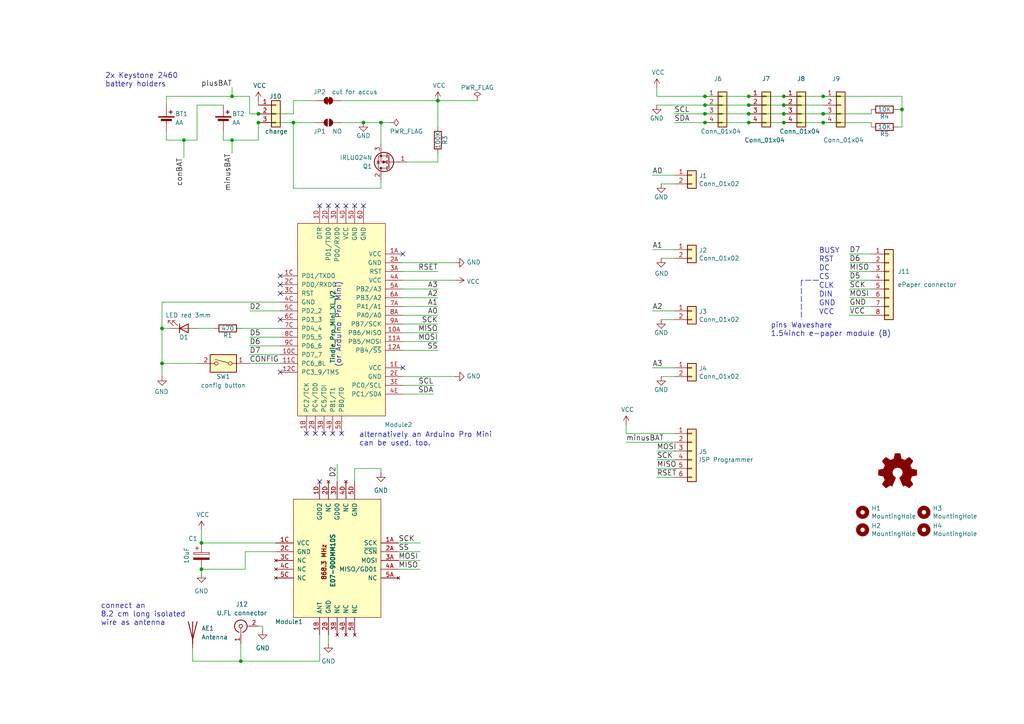
<source format=kicad_sch>
(kicad_sch (version 20231120) (generator "eeschema") (generator_version "8.0")
  (paper "A4")
  (title_block (title "HB-UNI-SEN-BATT_E07-900MM10S_FUEL4EP") (date "2024-09-30") (rev "1.1") (company "FUEL4EP") (comment 1 "connector for Waveshare e-paper module (B) 1.54inch (J11)") (comment 2 "for Tindie Pro Mini XL V2/Arduino Pro Mini and eByte E07-900M10S  transceiver") (comment 3 "Creative Commons License, non-commercial") (comment 4 "fork of Alexander Reinert's HB-UNI-SEN-BATT"))
  (lib_symbols
    (symbol "Connector:Conn_Coaxial" (pin_names (offset 1.016) hide)
      (property "Reference" "J" (at 0.254 3.048 0))
      (property "Value" "Conn_Coaxial" (at 2.921 0 90))
      (symbol "Conn_Coaxial_1_1"
        (pin passive line (at -5.08 0 0) (length 2.54) (name "In") (number "1"))
        (pin passive line (at 0 -5.08 90) (length 2.54) (name "Ext") (number "2"))
      )
    )
    (symbol "Connector_Generic:Conn_01x02" (pin_names (offset 1.016) hide)
      (property "Reference" "J" (at 0 2.54 0))
      (property "Value" "Conn_01x02" (at 0 -5.08 0))
      (symbol "Conn_01x02_1_1"
        (pin passive line (at -5.08 0 0) (length 3.81) (name "Pin_1") (number "1"))
        (pin passive line (at -5.08 -2.54 0) (length 3.81) (name "Pin_2") (number "2"))
      )
    )
    (symbol "Connector_Generic:Conn_01x03" (pin_names (offset 1.016) hide)
      (property "Reference" "J" (at 0 5.08 0))
      (property "Value" "Conn_01x03" (at 0 -5.08 0))
      (symbol "Conn_01x03_1_1"
        (pin passive line (at -5.08 2.54 0) (length 3.81) (name "Pin_1") (number "1"))
        (pin passive line (at -5.08 0 0) (length 3.81) (name "Pin_2") (number "2"))
        (pin passive line (at -5.08 -2.54 0) (length 3.81) (name "Pin_3") (number "3"))
      )
    )
    (symbol "Connector_Generic:Conn_01x04" (pin_names (offset 1.016) hide)
      (property "Reference" "J" (at 0 5.08 0))
      (property "Value" "Conn_01x04" (at 0 -7.62 0))
      (symbol "Conn_01x04_1_1"
        (pin passive line (at -5.08 2.54 0) (length 3.81) (name "Pin_1") (number "1"))
        (pin passive line (at -5.08 0 0) (length 3.81) (name "Pin_2") (number "2"))
        (pin passive line (at -5.08 -2.54 0) (length 3.81) (name "Pin_3") (number "3"))
        (pin passive line (at -5.08 -5.08 0) (length 3.81) (name "Pin_4") (number "4"))
      )
    )
    (symbol "Connector_Generic:Conn_01x06" (pin_names (offset 1.016) hide)
      (property "Reference" "J" (at 0 7.62 0))
      (property "Value" "Conn_01x06" (at 0 -10.16 0))
      (symbol "Conn_01x06_1_1"
        (pin passive line (at -5.08 5.08 0) (length 3.81) (name "Pin_1") (number "1"))
        (pin passive line (at -5.08 2.54 0) (length 3.81) (name "Pin_2") (number "2"))
        (pin passive line (at -5.08 0 0) (length 3.81) (name "Pin_3") (number "3"))
        (pin passive line (at -5.08 -2.54 0) (length 3.81) (name "Pin_4") (number "4"))
        (pin passive line (at -5.08 -5.08 0) (length 3.81) (name "Pin_5") (number "5"))
        (pin passive line (at -5.08 -7.62 0) (length 3.81) (name "Pin_6") (number "6"))
      )
    )
    (symbol "Connector_Generic:Conn_01x08" (pin_names (offset 1.016) hide)
      (property "Reference" "J" (at 0 10.16 0))
      (property "Value" "Conn_01x08" (at 0 -12.7 0))
      (symbol "Conn_01x08_1_1"
        (pin passive line (at -5.08 7.62 0) (length 3.81) (name "Pin_1") (number "1"))
        (pin passive line (at -5.08 5.08 0) (length 3.81) (name "Pin_2") (number "2"))
        (pin passive line (at -5.08 2.54 0) (length 3.81) (name "Pin_3") (number "3"))
        (pin passive line (at -5.08 0 0) (length 3.81) (name "Pin_4") (number "4"))
        (pin passive line (at -5.08 -2.54 0) (length 3.81) (name "Pin_5") (number "5"))
        (pin passive line (at -5.08 -5.08 0) (length 3.81) (name "Pin_6") (number "6"))
        (pin passive line (at -5.08 -7.62 0) (length 3.81) (name "Pin_7") (number "7"))
        (pin passive line (at -5.08 -10.16 0) (length 3.81) (name "Pin_8") (number "8"))
      )
    )
    (symbol "Device:Antenna" (pin_numbers hide) (pin_names (offset 1.016) hide)
      (property "Reference" "AE" (at -1.905 1.905 0))
      (property "Value" "Antenna" (at -1.905 0 0))
      (symbol "Antenna_1_1"
        (pin input line (at 0 -5.08 90) (length 2.54) (name "A") (number "1"))
      )
    )
    (symbol "Device:Battery_Cell" (pin_numbers hide) (pin_names (offset 0) hide)
      (property "Reference" "BT" (at 2.54 2.54 0))
      (property "Value" "Battery_Cell" (at 2.54 0 0))
      (symbol "Battery_Cell_1_1"
        (pin passive line (at 0 5.08 270) (length 2.54) (name "+") (number "1"))
        (pin passive line (at 0 -2.54 90) (length 2.54) (name "-") (number "2"))
      )
    )
    (symbol "Device:C_Polarized" (pin_numbers hide) (pin_names (offset 0.254))
      (property "Reference" "C" (at 0.635 2.54 0))
      (property "Value" "C_Polarized" (at 0.635 -2.54 0))
      (symbol "C_Polarized_1_1"
        (pin passive line (at 0 3.81 270) (length 2.794) (name "~") (number "1"))
        (pin passive line (at 0 -3.81 90) (length 2.794) (name "~") (number "2"))
      )
    )
    (symbol "Device:LED" (pin_numbers hide) (pin_names (offset 1.016) hide)
      (property "Reference" "D" (at 0 2.54 0))
      (property "Value" "LED" (at 0 -2.54 0))
      (symbol "LED_1_1"
        (pin passive line (at -3.81 0 0) (length 2.54) (name "K") (number "1"))
        (pin passive line (at 3.81 0 180) (length 2.54) (name "A") (number "2"))
      )
    )
    (symbol "Device:Q_NMOS_GDS" (pin_names (offset 0) hide)
      (property "Reference" "Q" (at 5.08 1.27 0))
      (property "Value" "Q_NMOS_GDS" (at 5.08 -1.27 0))
      (symbol "Q_NMOS_GDS_1_1"
        (pin input line (at -5.08 0 0) (length 2.54) (name "G") (number "1"))
        (pin passive line (at 2.54 5.08 270) (length 2.54) (name "D") (number "2"))
        (pin passive line (at 2.54 -5.08 90) (length 2.54) (name "S") (number "3"))
      )
    )
    (symbol "Device:R" (pin_numbers hide) (pin_names (offset 0))
      (property "Reference" "R" (at 2.032 0 90))
      (property "Value" "R" (at 0 0 90))
      (symbol "R_1_1"
        (pin passive line (at 0 3.81 270) (length 1.27) (name "~") (number "1"))
        (pin passive line (at 0 -3.81 90) (length 1.27) (name "~") (number "2"))
      )
    )
    (symbol "FUEL4EP:E07-900MM10S" (pin_names (offset 1.016))
      (property "Reference" "Module" (at 0.635 -1.905 0))
      (property "Value" "E07-900MM10S" (at 11.43 15.875 90))
      (symbol "E07-900MM10S_0_0"
        (text "868.3 MHz" (at 8.89 10.795 900) (effects (font (size 1.27 1.27) (bold yes)) (justify left)))
        (pin input line (at 30.48 21.59 180) (length 5.08) (name "SCK") (number "1A"))
        (pin output line (at 7.62 -5.08 90) (length 5.08) (name "ANT") (number "1B"))
        (pin output line (at 7.62 39.37 270) (length 5.08) (name "GD02") (number "1D"))
        (pin input line (at 30.48 19.05 180) (length 5.08) (name "~{CSN}") (number "2A"))
        (pin power_in line (at 10.16 -5.08 90) (length 5.08) (name "GND") (number "2B"))
        (pin power_in line (at -5.08 19.05 0) (length 5.08) (name "GND") (number "2C"))
        (pin input line (at 30.48 16.51 180) (length 5.08) (name "MOSI") (number "3A"))
        (pin no_connect line (at -5.08 16.51 0) (length 5.08) (name "NC") (number "3C"))
        (pin output line (at 12.7 39.37 270) (length 5.08) (name "GD00") (number "3D"))
        (pin tri_state line (at 30.48 13.97 180) (length 5.08) (name "MISO/GD01") (number "4A"))
      )
      (symbol "E07-900MM10S_1_1"
        (pin power_in line (at -5.08 21.59 0) (length 5.08) (name "VCC") (number "1C"))
        (pin no_connect line (at 10.16 39.37 270) (length 5.08) (name "NC") (number "2D"))
        (pin no_connect line (at 12.7 -5.08 90) (length 5.08) (name "NC") (number "3B"))
        (pin no_connect line (at 15.24 -5.08 90) (length 5.08) (name "NC") (number "4B"))
        (pin no_connect line (at -5.08 13.97 0) (length 5.08) (name "NC") (number "4C"))
        (pin no_connect line (at 15.24 39.37 270) (length 5.08) (name "NC") (number "4D"))
        (pin no_connect line (at 30.48 11.43 180) (length 5.08) (name "NC") (number "5A"))
        (pin no_connect line (at 17.78 -5.08 90) (length 5.08) (name "NC") (number "5B"))
        (pin no_connect line (at -5.08 11.43 0) (length 5.08) (name "NC") (number "5C"))
        (pin power_in line (at 17.78 39.37 270) (length 5.08) (name "GND") (number "5D"))
      )
    )
    (symbol "FUEL4EP:Tindie_Pro_Mini_XL_V2" (pin_names (offset 1.016))
      (property "Reference" "Module" (at -8.89 5.08 0))
      (property "Value" "Tindie_Pro_Mini_XL_V2" (at 11.43 25.4 90))
      (symbol "Tindie_Pro_Mini_XL_V2_0_0"
        (pin bidirectional line (at 30.48 6.35 180) (length 5.08) (name "PC1/SDA") (number "4E"))
      )
      (symbol "Tindie_Pro_Mini_XL_V2_1_1"
        (pin bidirectional line (at 30.48 24.13 180) (length 5.08) (name "PB6/MISO") (number "10A"))
        (pin bidirectional line (at -5.08 17.78 0) (length 5.08) (name "PD7_7") (number "10C"))
        (pin bidirectional line (at 30.48 21.59 180) (length 5.08) (name "PB5/MOSI") (number "11A"))
        (pin bidirectional line (at -5.08 15.24 0) (length 5.08) (name "PC6_8L") (number "11C"))
        (pin bidirectional line (at 30.48 19.05 180) (length 5.08) (name "PB4/~{SS}") (number "12A"))
        (pin bidirectional line (at -5.08 12.7 0) (length 5.08) (name "PC3_9/TMS") (number "12C"))
        (pin power_in line (at 30.48 46.99 180) (length 5.08) (name "VCC") (number "1A"))
        (pin bidirectional line (at 2.54 -5.08 90) (length 5.08) (name "PC2/TCK") (number "1B"))
        (pin bidirectional line (at -5.08 40.64 0) (length 5.08) (name "PD1/TXD0") (number "1C"))
        (pin input line (at 6.35 60.96 270) (length 5.08) (name "DTR") (number "1D"))
        (pin power_in line (at 30.48 13.97 180) (length 5.08) (name "VCC") (number "1E"))
        (pin power_in line (at 30.48 44.45 180) (length 5.08) (name "GND") (number "2A"))
        (pin bidirectional line (at 5.08 -5.08 90) (length 5.08) (name "PC4/TD0") (number "2B"))
        (pin bidirectional line (at -5.08 38.1 0) (length 5.08) (name "PD0/RXD0") (number "2C"))
        (pin bidirectional line (at 8.89 60.96 270) (length 5.08) (name "PD1/TXD0") (number "2D"))
        (pin power_in line (at 30.48 11.43 180) (length 5.08) (name "GND") (number "2E"))
        (pin input line (at 30.48 41.91 180) (length 5.08) (name "RST") (number "3A"))
        (pin bidirectional line (at 7.62 -5.08 90) (length 5.08) (name "PC5/TDI") (number "3B"))
        (pin input line (at -5.08 35.56 0) (length 5.08) (name "RST") (number "3C"))
        (pin bidirectional line (at 11.43 60.96 270) (length 5.08) (name "PD0/RXD0") (number "3D"))
        (pin bidirectional line (at 30.48 8.89 180) (length 5.08) (name "PC0/SCL") (number "3E"))
        (pin power_in line (at 30.48 39.37 180) (length 5.08) (name "VCC") (number "4A"))
        (pin bidirectional line (at 10.16 -5.08 90) (length 5.08) (name "PB1/T1") (number "4B"))
        (pin power_in line (at -5.08 33.02 0) (length 5.08) (name "GND") (number "4C"))
        (pin power_in line (at 13.97 60.96 270) (length 5.08) (name "VCC") (number "4D"))
        (pin input line (at 30.48 36.83 180) (length 5.08) (name "PB2/A3") (number "5A"))
        (pin bidirectional line (at 12.7 -5.08 90) (length 5.08) (name "PB0/T0") (number "5B"))
        (pin bidirectional line (at -5.08 30.48 0) (length 5.08) (name "PD2_2") (number "5C"))
        (pin power_in line (at 16.51 60.96 270) (length 5.08) (name "GND") (number "5D"))
        (pin input line (at 30.48 34.29 180) (length 5.08) (name "PB3/A2") (number "6A"))
        (pin bidirectional line (at -5.08 27.94 0) (length 5.08) (name "PD3_3") (number "6C"))
        (pin power_in line (at 19.05 60.96 270) (length 5.08) (name "GND") (number "6D"))
        (pin input line (at 30.48 31.75 180) (length 5.08) (name "PA1/A1") (number "7A"))
        (pin bidirectional line (at -5.08 25.4 0) (length 5.08) (name "PD4_4") (number "7C"))
        (pin input line (at 30.48 29.21 180) (length 5.08) (name "PA0/A0") (number "8A"))
        (pin bidirectional line (at -5.08 22.86 0) (length 5.08) (name "PD5_5") (number "8C"))
        (pin bidirectional line (at 30.48 26.67 180) (length 5.08) (name "PB7/SCK") (number "9A"))
        (pin bidirectional line (at -5.08 20.32 0) (length 5.08) (name "PD6_6") (number "9C"))
      )
    )
    (symbol "Graphic:Logo_Open_Hardware_Small" (in_bom no) (on_board no))
    (symbol "Jumper:SolderJumper_2_Bridged" (pin_numbers hide) (pin_names (offset 0) hide) (exclude_from_sim yes) (in_bom no)
      (property "Reference" "JP" (at 0 2.032 0))
      (property "Value" "SolderJumper_2_Bridged" (at 0 -2.54 0))
      (symbol "SolderJumper_2_Bridged_1_1"
        (pin passive line (at -3.81 0 0) (length 2.54) (name "A") (number "1"))
        (pin passive line (at 3.81 0 180) (length 2.54) (name "B") (number "2"))
      )
    )
    (symbol "Jumper:SolderJumper_2_Open" (pin_numbers hide) (pin_names (offset 0) hide) (exclude_from_sim yes) (in_bom no)
      (property "Reference" "JP" (at 0 2.032 0))
      (property "Value" "SolderJumper_2_Open" (at 0 -2.54 0))
      (symbol "SolderJumper_2_Open_1_1"
        (pin passive line (at -3.81 0 0) (length 2.54) (name "A") (number "1"))
        (pin passive line (at 3.81 0 180) (length 2.54) (name "B") (number "2"))
      )
    )
    (symbol "Mechanical:MountingHole" (pin_names (offset 1.016)) (exclude_from_sim yes) (in_bom no)
      (property "Reference" "H" (at 0 5.08 0))
      (property "Value" "MountingHole" (at 0 3.175 0))
    )
    (symbol "Switch:SW_DIP_x01" (pin_names (offset 0) hide)
      (property "Reference" "SW" (at 0 3.81 0))
      (property "Value" "SW_DIP_x01" (at 0 -3.81 0))
      (symbol "SW_DIP_x01_1_1"
        (pin passive line (at -7.62 0 0) (length 5.08) (name "~") (number "1"))
        (pin passive line (at 7.62 0 180) (length 5.08) (name "~") (number "2"))
      )
    )
    (symbol "power:GND" (power) (pin_numbers hide) (pin_names (offset 0) hide)
      (property "Value" "GND" (at 0 -3.81 0))
      (symbol "GND_1_1"
        (pin power_in line (at 0 0 270) (length 0) (name "~") (number "1"))
      )
    )
    (symbol "power:PWR_FLAG" (power) (pin_numbers hide) (pin_names (offset 0) hide)
      (property "Value" "PWR_FLAG" (at 0 3.81 0))
      (symbol "PWR_FLAG_0_0"
        (pin power_out line (at 0 0 90) (length 0) (name "~") (number "1"))
      )
    )
    (symbol "power:VCC" (power) (pin_numbers hide) (pin_names (offset 0) hide)
      (property "Value" "VCC" (at 0 3.556 0))
      (symbol "VCC_1_1"
        (pin power_in line (at 0 0 90) (length 0) (name "~") (number "1"))
      )
    )
  )
  (junction (at 238.76 35.56))
  (junction (at 58.42 165.1))
  (junction (at 110.49 35.56))
  (junction (at 217.17 33.02))
  (junction (at 227.33 35.56))
  (junction (at 204.47 35.56))
  (junction (at 67.31 40.64))
  (junction (at 58.42 157.48))
  (junction (at 127 29.21))
  (junction (at 69.85 191.77))
  (junction (at 217.17 35.56))
  (junction (at 227.33 27.94))
  (junction (at 53.34 40.64))
  (junction (at 238.76 27.94))
  (junction (at 46.99 105.41))
  (junction (at 227.33 33.02))
  (junction (at 261.62 31.75))
  (junction (at 105.41 35.56))
  (junction (at 46.99 95.25))
  (junction (at 204.47 30.48))
  (junction (at 85.09 35.56))
  (junction (at 227.33 30.48))
  (junction (at 204.47 27.94))
  (junction (at 74.93 35.56))
  (junction (at 67.31 27.94))
  (junction (at 217.17 30.48))
  (junction (at 217.17 27.94))
  (junction (at 238.76 33.02))
  (junction (at 204.47 33.02))
  (junction (at 74.93 33.02))
  (no_connect (at 81.28 92.71))
  (no_connect (at 93.98 125.73))
  (no_connect (at 81.28 82.55))
  (no_connect (at 105.41 59.69))
  (no_connect (at 88.9 125.73))
  (no_connect (at 100.33 59.69))
  (no_connect (at 95.25 59.69))
  (no_connect (at 81.28 80.01))
  (no_connect (at 92.71 139.7))
  (no_connect (at 81.28 85.09))
  (no_connect (at 97.79 59.69))
  (no_connect (at 92.71 59.69))
  (no_connect (at 91.44 125.73))
  (no_connect (at 116.84 73.66))
  (no_connect (at 116.84 106.68))
  (no_connect (at 81.28 107.95))
  (no_connect (at 102.87 59.69))
  (no_connect (at 96.52 125.73))
  (no_connect (at 99.06 125.73))
  (wire (pts (xy 191.77 92.71) (xy 195.58 92.71)))
  (wire (pts (xy 102.87 139.7) (xy 102.87 135.89)))
  (wire (pts (xy 227.33 30.48) (xy 217.17 30.48)))
  (wire (pts (xy 181.61 128.27) (xy 195.58 128.27)))
  (wire (pts (xy 81.28 102.87) (xy 72.39 102.87)))
  (wire (pts (xy 195.58 130.81) (xy 190.5 130.81)))
  (wire (pts (xy 252.73 88.9) (xy 246.38 88.9)))
  (wire (pts (xy 85.09 33.02) (xy 85.09 29.21)))
  (wire (pts (xy 116.84 109.22) (xy 132.08 109.22)))
  (wire (pts (xy 105.41 35.56) (xy 110.49 35.56)))
  (wire (pts (xy 238.76 35.56) (xy 227.33 35.56)))
  (wire (pts (xy 67.31 25.4) (xy 67.31 27.94)))
  (wire (pts (xy 81.28 87.63) (xy 46.99 87.63)))
  (wire (pts (xy 71.12 160.02) (xy 71.12 165.1)))
  (wire (pts (xy 53.34 40.64) (xy 53.34 45.72)))
  (wire (pts (xy 81.28 90.17) (xy 72.39 90.17)))
  (wire (pts (xy 252.73 73.66) (xy 246.38 73.66)))
  (wire (pts (xy 189.23 50.8) (xy 195.58 50.8)))
  (wire (pts (xy 116.84 83.82) (xy 127 83.82)))
  (wire (pts (xy 125.73 114.3) (xy 116.84 114.3)))
  (wire (pts (xy 74.93 33.02) (xy 85.09 33.02)))
  (wire (pts (xy 102.87 135.89) (xy 110.49 135.89)))
  (wire (pts (xy 57.15 30.48) (xy 64.77 30.48)))
  (wire (pts (xy 195.58 135.89) (xy 190.5 135.89)))
  (wire (pts (xy 115.57 160.02) (xy 121.92 160.02)))
  (wire (pts (xy 238.76 27.94) (xy 261.62 27.94)))
  (wire (pts (xy 48.26 27.94) (xy 67.31 27.94)))
  (wire (pts (xy 46.99 105.41) (xy 46.99 109.22)))
  (wire (pts (xy 181.61 125.73) (xy 181.61 123.19)))
  (wire (pts (xy 127 36.83) (xy 127 29.21)))
  (wire (pts (xy 195.58 125.73) (xy 181.61 125.73)))
  (wire (pts (xy 69.85 191.77) (xy 92.71 191.77)))
  (wire (pts (xy 252.73 33.02) (xy 252.73 31.75)))
  (wire (pts (xy 127 44.45) (xy 127 46.99)))
  (wire (pts (xy 48.26 30.48) (xy 48.26 27.94)))
  (wire (pts (xy 67.31 44.45) (xy 67.31 40.64)))
  (wire (pts (xy 217.17 27.94) (xy 227.33 27.94)))
  (wire (pts (xy 191.77 74.93) (xy 195.58 74.93)))
  (wire (pts (xy 48.26 38.1) (xy 48.26 40.64)))
  (wire (pts (xy 238.76 33.02) (xy 227.33 33.02)))
  (wire (pts (xy 204.47 35.56) (xy 217.17 35.56)))
  (wire (pts (xy 116.84 96.52) (xy 127 96.52)))
  (wire (pts (xy 81.28 100.33) (xy 72.39 100.33)))
  (wire (pts (xy 195.58 90.17) (xy 189.23 90.17)))
  (wire (pts (xy 190.5 27.94) (xy 204.47 27.94)))
  (wire (pts (xy 110.49 41.91) (xy 110.49 35.56)))
  (wire (pts (xy 99.06 29.21) (xy 127 29.21)))
  (wire (pts (xy 74.93 181.61) (xy 76.2 181.61)))
  (wire (pts (xy 99.06 35.56) (xy 105.41 35.56)))
  (wire (pts (xy 85.09 35.56) (xy 91.44 35.56)))
  (wire (pts (xy 252.73 81.28) (xy 246.38 81.28)))
  (wire (pts (xy 64.77 38.1) (xy 64.77 40.64)))
  (wire (pts (xy 97.79 134.62) (xy 97.79 139.7)))
  (wire (pts (xy 227.33 27.94) (xy 238.76 27.94)))
  (wire (pts (xy 252.73 86.36) (xy 246.38 86.36)))
  (wire (pts (xy 195.58 138.43) (xy 190.5 138.43)))
  (wire (pts (xy 115.57 162.56) (xy 121.92 162.56)))
  (wire (pts (xy 80.01 160.02) (xy 71.12 160.02)))
  (wire (pts (xy 191.77 53.34) (xy 195.58 53.34)))
  (wire (pts (xy 189.23 72.39) (xy 195.58 72.39)))
  (wire (pts (xy 67.31 40.64) (xy 74.93 40.64)))
  (wire (pts (xy 74.93 35.56) (xy 74.93 40.64)))
  (wire (pts (xy 116.84 101.6) (xy 127 101.6)))
  (wire (pts (xy 195.58 133.35) (xy 190.5 133.35)))
  (wire (pts (xy 191.77 109.22) (xy 195.58 109.22)))
  (wire (pts (xy 125.73 111.76) (xy 116.84 111.76)))
  (wire (pts (xy 238.76 35.56) (xy 252.73 35.56)))
  (wire (pts (xy 204.47 27.94) (xy 217.17 27.94)))
  (wire (pts (xy 46.99 95.25) (xy 46.99 105.41)))
  (wire (pts (xy 116.84 93.98) (xy 127 93.98)))
  (wire (pts (xy 85.09 35.56) (xy 85.09 54.61)))
  (wire (pts (xy 64.77 40.64) (xy 67.31 40.64)))
  (wire (pts (xy 190.5 27.94) (xy 190.5 25.4)))
  (wire (pts (xy 252.73 78.74) (xy 246.38 78.74)))
  (polyline (pts (xy 232.41 81.28) (xy 232.41 92.71)) (stroke (width 0) (type dash)))
  (wire (pts (xy 72.39 105.41) (xy 81.28 105.41)))
  (wire (pts (xy 252.73 76.2) (xy 246.38 76.2)))
  (wire (pts (xy 116.84 81.28) (xy 132.08 81.28)))
  (wire (pts (xy 95.25 184.15) (xy 95.25 186.69)))
  (wire (pts (xy 57.15 30.48) (xy 57.15 40.64)))
  (wire (pts (xy 116.84 88.9) (xy 127 88.9)))
  (wire (pts (xy 115.57 165.1) (xy 121.92 165.1)))
  (wire (pts (xy 58.42 153.67) (xy 58.42 157.48)))
  (wire (pts (xy 76.2 181.61) (xy 76.2 182.88)))
  (wire (pts (xy 132.08 76.2) (xy 116.84 76.2)))
  (wire (pts (xy 48.26 40.64) (xy 53.34 40.64)))
  (wire (pts (xy 195.58 35.56) (xy 204.47 35.56)))
  (wire (pts (xy 260.35 31.75) (xy 261.62 31.75)))
  (wire (pts (xy 261.62 27.94) (xy 261.62 31.75)))
  (polyline (pts (xy 237.49 81.28) (xy 232.41 81.28)) (stroke (width 0) (type dash)))
  (wire (pts (xy 204.47 30.48) (xy 217.17 30.48)))
  (wire (pts (xy 74.93 33.02) (xy 72.39 33.02)))
  (wire (pts (xy 72.39 27.94) (xy 67.31 27.94)))
  (wire (pts (xy 127 46.99) (xy 118.11 46.99)))
  (wire (pts (xy 55.88 191.77) (xy 69.85 191.77)))
  (wire (pts (xy 116.84 99.06) (xy 127 99.06)))
  (wire (pts (xy 55.88 191.77) (xy 55.88 187.96)))
  (wire (pts (xy 110.49 135.89) (xy 110.49 137.16)))
  (wire (pts (xy 92.71 191.77) (xy 92.71 184.15)))
  (wire (pts (xy 58.42 165.1) (xy 58.42 166.37)))
  (wire (pts (xy 110.49 35.56) (xy 113.03 35.56)))
  (wire (pts (xy 69.85 186.69) (xy 69.85 191.77)))
  (wire (pts (xy 116.84 86.36) (xy 127 86.36)))
  (wire (pts (xy 49.53 95.25) (xy 46.99 95.25)))
  (wire (pts (xy 115.57 157.48) (xy 121.92 157.48)))
  (wire (pts (xy 261.62 31.75) (xy 261.62 36.83)))
  (wire (pts (xy 58.42 157.48) (xy 80.01 157.48)))
  (wire (pts (xy 85.09 35.56) (xy 74.93 35.56)))
  (wire (pts (xy 116.84 78.74) (xy 127 78.74)))
  (wire (pts (xy 116.84 91.44) (xy 127 91.44)))
  (wire (pts (xy 252.73 35.56) (xy 252.73 36.83)))
  (wire (pts (xy 227.33 33.02) (xy 217.17 33.02)))
  (wire (pts (xy 72.39 33.02) (xy 72.39 27.94)))
  (wire (pts (xy 74.93 29.21) (xy 74.93 30.48)))
  (wire (pts (xy 189.23 106.68) (xy 195.58 106.68)))
  (wire (pts (xy 91.44 29.21) (xy 85.09 29.21)))
  (wire (pts (xy 252.73 91.44) (xy 246.38 91.44)))
  (wire (pts (xy 238.76 33.02) (xy 252.73 33.02)))
  (wire (pts (xy 195.58 33.02) (xy 204.47 33.02)))
  (wire (pts (xy 81.28 95.25) (xy 69.85 95.25)))
  (wire (pts (xy 227.33 30.48) (xy 238.76 30.48)))
  (wire (pts (xy 190.5 30.48) (xy 204.47 30.48)))
  (wire (pts (xy 71.12 165.1) (xy 58.42 165.1)))
  (wire (pts (xy 127 29.21) (xy 138.43 29.21)))
  (wire (pts (xy 204.47 33.02) (xy 217.17 33.02)))
  (wire (pts (xy 62.23 95.25) (xy 57.15 95.25)))
  (wire (pts (xy 252.73 83.82) (xy 246.38 83.82)))
  (wire (pts (xy 227.33 35.56) (xy 217.17 35.56)))
  (wire (pts (xy 46.99 87.63) (xy 46.99 95.25)))
  (wire (pts (xy 261.62 36.83) (xy 260.35 36.83)))
  (wire (pts (xy 57.15 105.41) (xy 46.99 105.41)))
  (wire (pts (xy 110.49 52.07) (xy 110.49 54.61)))
  (wire (pts (xy 85.09 54.61) (xy 110.49 54.61)))
  (wire (pts (xy 53.34 40.64) (xy 57.15 40.64)))
  (wire (pts (xy 81.28 97.79) (xy 72.39 97.79)))
  (text "VCC" (at 237.49 91.44 0) (effects (font (size 1.524 1.524)) (justify left bottom)))
  (text "DC" (at 237.49 78.74 0) (effects (font (size 1.524 1.524)) (justify left bottom)))
  (text "DIN" (at 237.49 86.36 0) (effects (font (size 1.524 1.524)) (justify left bottom)))
  (text "2x Keystone 2460\nbattery holders\n" (at 30.48 25.4 0) (effects (font (size 1.524 1.524)) (justify left bottom)))
  (text "connect an\n8.2 cm long isolated\nwire as antenna" (at 29.21 181.61 0) (effects (font (size 1.524 1.524)) (justify left bottom)))
  (text "BUSY" (at 237.49 73.66 0) (effects (font (size 1.524 1.524)) (justify left bottom)))
  (text "(or Arduino Pro Mini)" (at 99.06 106.68 90) (effects (font (size 1.524 1.524)) (justify left bottom)))
  (text "GND" (at 237.49 88.9 0) (effects (font (size 1.524 1.524)) (justify left bottom)))
  (text "CLK" (at 237.49 83.82 0) (effects (font (size 1.524 1.524)) (justify left bottom)))
  (text "alternatively an Arduino Pro Mini\ncan be used, too." (at 104.14 129.54 0) (effects (font (size 1.524 1.524)) (justify left bottom)))
  (text "CS\n" (at 237.49 81.28 0) (effects (font (size 1.524 1.524)) (justify left bottom)))
  (text "RST" (at 237.49 76.2 0) (effects (font (size 1.524 1.524)) (justify left bottom)))
  (text "pins Waveshare\n1.54inch e-paper module (B)" (at 223.52 97.79 0) (effects (font (size 1.524 1.524)) (justify left bottom)))
  (label "SCK" (at 246.38 83.82 0) (effects (font (size 1.524 1.524))))
  (label "RSET" (at 190.5 138.43 0) (effects (font (size 1.524 1.524))))
  (label "CONFIG" (at 72.39 105.41 0) (effects (font (size 1.524 1.524))))
  (label "VCC" (at 246.38 91.44 0) (effects (font (size 1.524 1.524))))
  (label "SDA" (at 125.73 114.3 180) (effects (font (size 1.524 1.524))))
  (label "MISO" (at 127 96.52 180) (effects (font (size 1.524 1.524))))
  (label "A0" (at 189.23 50.8 0) (effects (font (size 1.524 1.524))))
  (label "GND" (at 246.38 88.9 0) (effects (font (size 1.524 1.524))))
  (label "D7" (at 72.39 102.87 0) (effects (font (size 1.524 1.524))))
  (label "SCK" (at 190.5 133.35 0) (effects (font (size 1.524 1.524))))
  (label "D5" (at 72.39 97.79 0) (effects (font (size 1.524 1.524))))
  (label "SS" (at 127 101.6 180) (effects (font (size 1.524 1.524))))
  (label "D2" (at 72.39 90.17 0) (effects (font (size 1.524 1.524))))
  (label "A1" (at 189.23 72.39 0) (effects (font (size 1.524 1.524))))
  (label "MOSI" (at 190.5 130.81 0) (effects (font (size 1.524 1.524))))
  (label "A2" (at 127 86.36 180) (effects (font (size 1.524 1.524))))
  (label "plusBAT" (at 67.31 25.4 180) (effects (font (size 1.524 1.524))))
  (label "MISO" (at 190.5 135.89 0) (effects (font (size 1.524 1.524))))
  (label "D2" (at 97.79 138.43 90) (effects (font (size 1.524 1.524))))
  (label "SCK" (at 127 93.98 180) (effects (font (size 1.524 1.524))))
  (label "MOSI" (at 246.38 86.36 0) (effects (font (size 1.524 1.524))))
  (label "minusBAT" (at 67.31 44.45 270) (effects (font (size 1.524 1.524))))
  (label "SDA" (at 195.58 35.56 0) (effects (font (size 1.524 1.524))))
  (label "A3" (at 127 83.82 180) (effects (font (size 1.524 1.524))))
  (label "D6" (at 72.39 100.33 0) (effects (font (size 1.524 1.524))))
  (label "SCL" (at 195.58 33.02 0) (effects (font (size 1.524 1.524))))
  (label "conBAT" (at 53.34 45.72 270) (effects (font (size 1.524 1.524))))
  (label "MOSI" (at 115.57 162.56 0) (effects (font (size 1.524 1.524))))
  (label "D6" (at 246.38 76.2 0) (effects (font (size 1.524 1.524))))
  (label "MOSI" (at 127 99.06 180) (effects (font (size 1.524 1.524))))
  (label "A0" (at 127 91.44 180) (effects (font (size 1.524 1.524))))
  (label "D5" (at 246.38 81.28 0) (effects (font (size 1.524 1.524))))
  (label "D7" (at 246.38 73.66 0) (effects (font (size 1.524 1.524))))
  (label "minusBAT" (at 181.61 128.27 0) (effects (font (size 1.524 1.524))))
  (label "SCK" (at 115.57 157.48 0) (effects (font (size 1.524 1.524))))
  (label "SS" (at 115.57 160.02 0) (effects (font (size 1.524 1.524))))
  (label "A3" (at 189.23 106.68 0) (effects (font (size 1.524 1.524))))
  (label "MISO" (at 246.38 78.74 0) (effects (font (size 1.524 1.524))))
  (label "RSET" (at 127 78.74 180) (effects (font (size 1.524 1.524))))
  (label "A1" (at 127 88.9 180) (effects (font (size 1.524 1.524))))
  (label "MISO" (at 115.57 165.1 0) (effects (font (size 1.524 1.524))))
  (label "SCL" (at 125.73 111.76 180) (effects (font (size 1.524 1.524))))
  (label "A2" (at 189.23 90.17 0) (effects (font (size 1.524 1.524))))
  (symbol (lib_id "Device:LED") (at 53.34 95.25 0) (mirror x) (unit 1)
    (property "Reference" "D1" (at 53.34 97.79 0))
    (property "Value" "LED red 3mm" (at 54.61 91.44 0))
    (property "Footprint" "LED_THT:LED_D3.0mm" (effects (hide yes)))
    (property "Description" "Light emitting diode" (effects (hide yes)))
  )
  (symbol (lib_id "Device:R") (at 66.04 95.25 90) (mirror x) (unit 1)
    (property "Reference" "R1" (at 66.04 97.282 90))
    (property "Value" "470" (at 66.04 95.25 90))
    (property "Footprint" "Resistor_THT:R_Axial_DIN0207_L6.3mm_D2.5mm_P2.54mm_Vertical" (effects (hide yes)))
    (property "Description" "Resistor" (effects (hide yes)))
  )
  (symbol (lib_id "power:GND") (at 190.5 30.48 0) (unit 1)
    (property "Reference" "#PWR03" (effects (hide yes)))
    (property "Value" "GND" (at 190.5 34.29 0))
    (property "Description" "Power symbol creates a global label with name \"GND\" , ground" (effects (hide yes)))
  )
  (symbol (lib_id "power:GND") (at 105.41 35.56 0) (unit 1)
    (property "Reference" "#PWR05" (effects (hide yes)))
    (property "Value" "GND" (at 105.41 39.37 0))
    (property "Description" "Power symbol creates a global label with name \"GND\" , ground" (effects (hide yes)))
  )
  (symbol (lib_id "power:GND") (at 191.77 53.34 0) (unit 1)
    (property "Reference" "#PWR06" (effects (hide yes)))
    (property "Value" "GND" (at 191.77 57.15 0))
    (property "Description" "Power symbol creates a global label with name \"GND\" , ground" (effects (hide yes)))
  )
  (symbol (lib_id "power:GND") (at 191.77 92.71 0) (unit 1)
    (property "Reference" "#PWR011" (effects (hide yes)))
    (property "Value" "GND" (at 191.77 96.52 0))
    (property "Description" "Power symbol creates a global label with name \"GND\" , ground" (effects (hide yes)))
  )
  (symbol (lib_id "power:GND") (at 191.77 109.22 0) (unit 1)
    (property "Reference" "#PWR012" (effects (hide yes)))
    (property "Value" "GND" (at 191.77 113.03 0))
    (property "Description" "Power symbol creates a global label with name \"GND\" , ground" (effects (hide yes)))
  )
  (symbol (lib_id "power:PWR_FLAG") (at 138.43 29.21 0) (unit 1)
    (property "Reference" "#FLG014" (effects (hide yes)))
    (property "Value" "PWR_FLAG" (at 138.43 25.4 0))
    (property "Description" "Special symbol for telling ERC where power comes from" (effects (hide yes)))
  )
  (symbol (lib_id "Device:Battery_Cell") (at 48.26 35.56 0) (unit 1)
    (property "Reference" "BT1" (at 50.8 33.02 0) (effects (justify left)))
    (property "Value" "AA" (at 50.8 35.56 0) (effects (justify left)))
    (property "Footprint" "FUEL4EP:BatteryHolder_Keystone_2460_1xAA" (effects (hide yes)))
    (property "Description" "Single-cell battery" (effects (hide yes)))
  )
  (symbol (lib_id "Device:Battery_Cell") (at 64.77 35.56 0) (unit 1)
    (property "Reference" "BT2" (at 67.31 33.02 0) (effects (justify left)))
    (property "Value" "AA" (at 67.31 35.56 0) (effects (justify left)))
    (property "Footprint" "FUEL4EP:BatteryHolder_Keystone_2460_1xAA" (effects (hide yes)))
    (property "Description" "Single-cell battery" (effects (hide yes)))
  )
  (symbol (lib_id "Device:C_Polarized") (at 58.42 161.29 0) (unit 1)
    (property "Reference" "C1" (at 54.61 156.21 0) (effects (justify left)))
    (property "Value" "10uF" (at 54.102 163.576 90) (effects (justify left)))
    (property "Footprint" "Capacitor_THT:CP_Radial_D4.0mm_P1.50mm" (effects (hide yes)))
    (property "Description" "Polarized capacitor" (effects (hide yes)))
  )
  (symbol (lib_id "Device:R") (at 256.54 31.75 270) (unit 1)
    (property "Reference" "R4" (at 256.54 33.782 90))
    (property "Value" "10K" (at 256.54 31.75 90))
    (property "Footprint" "Resistor_THT:R_Axial_DIN0207_L6.3mm_D2.5mm_P2.54mm_Vertical" (effects (hide yes)))
    (property "Description" "Resistor" (effects (hide yes)))
  )
  (symbol (lib_id "Device:R") (at 256.54 36.83 270) (unit 1)
    (property "Reference" "R5" (at 256.54 38.862 90))
    (property "Value" "10K" (at 256.54 36.83 90))
    (property "Footprint" "Resistor_THT:R_Axial_DIN0207_L6.3mm_D2.5mm_P2.54mm_Vertical" (effects (hide yes)))
    (property "Description" "Resistor" (effects (hide yes)))
  )
  (symbol (lib_id "Device:Q_NMOS_GDS") (at 113.03 46.99 180) (unit 1)
    (property "Reference" "Q1" (at 107.95 48.26 0) (effects (justify left)))
    (property "Value" "IRLU024N" (at 107.95 45.72 0) (effects (justify left)))
    (property "Footprint" "Package_TO_SOT_THT:TO-251-3_Vertical" (effects (hide yes)))
    (property "Description" "N-MOSFET transistor, gate/drain/source" (effects (hide yes)))
  )
  (symbol (lib_id "Device:R") (at 127 40.64 0) (unit 1)
    (property "Reference" "R3" (at 129.032 40.64 90))
    (property "Value" "100K" (at 127 40.64 90))
    (property "Footprint" "Resistor_THT:R_Axial_DIN0207_L6.3mm_D2.5mm_P2.54mm_Vertical" (effects (hide yes)))
    (property "Description" "Resistor" (effects (hide yes)))
  )
  (symbol (lib_id "Jumper:SolderJumper_2_Open") (at 95.25 35.56 0) (unit 1)
    (property "Reference" "JP1" (at 92.71 38.1 0))
    (property "Value" "NO" (at 97.79 38.1 0))
    (property "Footprint" "FUEL4EP:SolderJumper-2_P1.3mm_Open_Pad1.0x1.5mm" (effects (hide yes)))
    (property "Description" "Solder Jumper, 2-pole, open" (effects (hide yes)))
  )
  (symbol (lib_id "Connector_Generic:Conn_01x02") (at 200.66 106.68 0) (unit 1)
    (property "Reference" "J4" (at 202.692 106.8832 0) (effects (justify left)))
    (property "Value" "Conn_01x02" (at 202.692 109.1946 0) (effects (justify left)))
    (property "Footprint" "Connector_PinHeader_2.54mm:PinHeader_1x02_P2.54mm_Vertical" (effects (hide yes)))
    (property "Description" "Generic connector, single row, 01x02, script generated (kicad-library-utils/schlib/autogen/connector/)" (effects (hide yes)))
  )
  (symbol (lib_id "Connector_Generic:Conn_01x02") (at 200.66 90.17 0) (unit 1)
    (property "Reference" "J3" (at 202.692 90.3732 0) (effects (justify left)))
    (property "Value" "Conn_01x02" (at 202.692 92.6846 0) (effects (justify left)))
    (property "Footprint" "Connector_PinHeader_2.54mm:PinHeader_1x02_P2.54mm_Vertical" (effects (hide yes)))
    (property "Description" "Generic connector, single row, 01x02, script generated (kicad-library-utils/schlib/autogen/connector/)" (effects (hide yes)))
  )
  (symbol (lib_id "Connector_Generic:Conn_01x02") (at 200.66 72.39 0) (unit 1)
    (property "Reference" "J2" (at 202.692 72.5932 0) (effects (justify left)))
    (property "Value" "Conn_01x02" (at 202.692 74.9046 0) (effects (justify left)))
    (property "Footprint" "Connector_PinHeader_2.54mm:PinHeader_1x02_P2.54mm_Vertical" (effects (hide yes)))
    (property "Description" "Generic connector, single row, 01x02, script generated (kicad-library-utils/schlib/autogen/connector/)" (effects (hide yes)))
  )
  (symbol (lib_id "Connector_Generic:Conn_01x02") (at 200.66 50.8 0) (unit 1)
    (property "Reference" "J1" (at 202.692 51.0032 0) (effects (justify left)))
    (property "Value" "Conn_01x02" (at 202.692 53.3146 0) (effects (justify left)))
    (property "Footprint" "Connector_PinHeader_2.54mm:PinHeader_1x02_P2.54mm_Vertical" (effects (hide yes)))
    (property "Description" "Generic connector, single row, 01x02, script generated (kicad-library-utils/schlib/autogen/connector/)" (effects (hide yes)))
  )
  (symbol (lib_id "Connector_Generic:Conn_01x03") (at 80.01 33.02 0) (unit 1)
    (property "Reference" "J10" (at 78.105 27.94 0) (effects (justify left)))
    (property "Value" "charge" (at 76.835 38.1 0) (effects (justify left)))
    (property "Footprint" "Connector_PinHeader_2.54mm:PinHeader_1x03_P2.54mm_Vertical" (effects (hide yes)))
    (property "Description" "Generic connector, single row, 01x03, script generated (kicad-library-utils/schlib/autogen/connector/)" (effects (hide yes)))
  )
  (symbol (lib_id "Connector_Generic:Conn_01x04") (at 209.55 30.48 0) (unit 1)
    (property "Reference" "J6" (at 207.01 22.86 0) (effects (justify left)))
    (property "Value" "Conn_01x04" (at 203.2 38.1 0) (effects (justify left)))
    (property "Footprint" "Connector_PinHeader_2.54mm:PinHeader_1x04_P2.54mm_Vertical" (effects (hide yes)))
    (property "Description" "Generic connector, single row, 01x04, script generated (kicad-library-utils/schlib/autogen/connector/)" (effects (hide yes)))
  )
  (symbol (lib_id "Connector_Generic:Conn_01x04") (at 222.25 30.48 0) (unit 1)
    (property "Reference" "J7" (at 220.98 22.86 0) (effects (justify left)))
    (property "Value" "Conn_01x04" (at 215.9 40.64 0) (effects (justify left)))
    (property "Footprint" "Connector_PinHeader_2.54mm:PinHeader_1x04_P2.54mm_Vertical" (effects (hide yes)))
    (property "Description" "Generic connector, single row, 01x04, script generated (kicad-library-utils/schlib/autogen/connector/)" (effects (hide yes)))
  )
  (symbol (lib_id "Connector_Generic:Conn_01x04") (at 232.41 30.48 0) (unit 1)
    (property "Reference" "J8" (at 231.14 22.86 0) (effects (justify left)))
    (property "Value" "Conn_01x04" (at 226.06 38.1 0) (effects (justify left)))
    (property "Footprint" "Connector_PinHeader_2.54mm:PinHeader_1x04_P2.54mm_Vertical" (effects (hide yes)))
    (property "Description" "Generic connector, single row, 01x04, script generated (kicad-library-utils/schlib/autogen/connector/)" (effects (hide yes)))
  )
  (symbol (lib_id "Connector_Generic:Conn_01x04") (at 243.84 30.48 0) (unit 1)
    (property "Reference" "J9" (at 241.3 22.86 0) (effects (justify left)))
    (property "Value" "Conn_01x04" (at 238.76 40.64 0) (effects (justify left)))
    (property "Footprint" "Connector_PinHeader_2.54mm:PinHeader_1x04_P2.54mm_Vertical" (effects (hide yes)))
    (property "Description" "Generic connector, single row, 01x04, script generated (kicad-library-utils/schlib/autogen/connector/)" (effects (hide yes)))
  )
  (symbol (lib_id "Connector_Generic:Conn_01x06") (at 200.66 130.81 0) (unit 1)
    (property "Reference" "J5" (at 202.692 131.0132 0) (effects (justify left)))
    (property "Value" "ISP Programmer" (at 202.692 133.3246 0) (effects (justify left)))
    (property "Footprint" "Connector_PinHeader_2.54mm:PinHeader_1x06_P2.54mm_Vertical" (effects (hide yes)))
    (property "Description" "Generic connector, single row, 01x06, script generated (kicad-library-utils/schlib/autogen/connector/)" (effects (hide yes)))
  )
  (symbol (lib_id "Switch:SW_DIP_x01") (at 64.77 105.41 0) (mirror y) (unit 1)
    (property "Reference" "SW1" (at 64.77 109.22 0))
    (property "Value" "config button" (at 64.77 111.76 0))
    (property "Footprint" "Button_Switch_THT:SW_PUSH_6mm_H5mm" (effects (hide yes)))
    (property "Description" "1x DIP Switch, Single Pole Single Throw (SPST) switch, small symbol" (effects (hide yes)))
  )
  (symbol (lib_id "FUEL4EP:Tindie_Pro_Mini_XL_V2") (at 86.36 120.65 0) (unit 1)
    (property "Reference" "Module2" (at 115.57 123.19 0))
    (property "Value" "Tindie_Pro_Mini_XL_V2" (at 96.52 94.742 90) (effects (font (bold yes))))
    (property "Footprint" "FUEL4EP:Tindie_ArduinoProMiniXL_1284P_V2" (effects (hide yes)))
    (property "Datasheet" "https://www.tindie.com/products/prominimicros/pro-mini-xl-v2-atmega-1284p/" (effects (hide yes)))
    (property "Description" "PCB with same size and pin locations as a Arduino Pro Mini, requires setup according https://prominimicros.com/how-to-use-the-pro-mini-xl-or-atmega-1284p-with-the-arduino-ide/" (effects (hide yes)))
  )
  (symbol (lib_id "Jumper:SolderJumper_2_Bridged") (at 95.25 29.21 0) (unit 1)
    (property "Reference" "JP2" (at 92.71 26.67 0))
    (property "Value" "cut for accus" (at 102.87 26.67 0))
    (property "Footprint" "Jumper:SolderJumper-2_P1.3mm_Bridged_Pad1.0x1.5mm" (effects (hide yes)))
    (property "Description" "Solder Jumper, 2-pole, closed/bridged" (effects (hide yes)))
  )
  (symbol (lib_id "power:VCC") (at 58.42 153.67 0) (unit 1)
    (property "Reference" "#PWR013" (effects (hide yes)))
    (property "Value" "VCC" (at 58.801 149.2758 0))
    (property "Description" "Power symbol creates a global label with name \"VCC\"" (effects (hide yes)))
  )
  (symbol (lib_id "Mechanical:MountingHole") (at 250.19 153.67 0) (unit 1)
    (property "Reference" "H2" (at 252.73 152.5016 0) (effects (justify left)))
    (property "Value" "MountingHole" (at 252.73 154.813 0) (effects (justify left)))
    (property "Footprint" "FUEL4EP:MountingHole_2.2mm_M2_Pad_Via" (effects (hide yes)))
    (property "Description" "Mounting Hole without connection" (effects (hide yes)))
  )
  (symbol (lib_id "Mechanical:MountingHole") (at 250.19 148.59 0) (unit 1)
    (property "Reference" "H1" (at 252.73 147.4216 0) (effects (justify left)))
    (property "Value" "MountingHole" (at 252.73 149.733 0) (effects (justify left)))
    (property "Footprint" "FUEL4EP:MountingHole_2.2mm_M2_Pad_Via" (effects (hide yes)))
    (property "Description" "Mounting Hole without connection" (effects (hide yes)))
  )
  (symbol (lib_id "Graphic:Logo_Open_Hardware_Small") (at 260.35 137.16 0) (unit 1)
    (property "Reference" "LOGO1" (effects (hide yes)))
    (property "Value" "Logo_Open_Hardware_Small" (effects (hide yes)))
    (property "Footprint" "FUEL4EP:CC-BY-ND-SA" (effects (hide yes)))
    (property "Description" "Open Hardware logo, small" (effects (hide yes)))
    (property "Sim.Enable" "0" (effects (hide yes)))
  )
  (symbol (lib_id "power:GND") (at 132.08 76.2 90) (unit 1)
    (property "Reference" "#PWR0101" (effects (hide yes)))
    (property "Value" "GND" (at 135.3312 76.073 90) (effects (justify right)))
    (property "Description" "Power symbol creates a global label with name \"GND\" , ground" (effects (hide yes)))
  )
  (symbol (lib_id "power:GND") (at 132.08 109.22 90) (unit 1)
    (property "Reference" "#PWR0106" (effects (hide yes)))
    (property "Value" "GND" (at 135.3312 109.093 90) (effects (justify right)))
    (property "Description" "Power symbol creates a global label with name \"GND\" , ground" (effects (hide yes)))
  )
  (symbol (lib_id "Mechanical:MountingHole") (at 267.97 148.59 0) (unit 1)
    (property "Reference" "H3" (at 270.51 147.4216 0) (effects (justify left)))
    (property "Value" "MountingHole" (at 270.51 149.733 0) (effects (justify left)))
    (property "Footprint" "FUEL4EP:MountingHole_2.2mm_M2_Pad_Via" (effects (hide yes)))
    (property "Description" "Mounting Hole without connection" (effects (hide yes)))
  )
  (symbol (lib_id "Connector_Generic:Conn_01x08") (at 257.81 81.28 0) (unit 1)
    (property "Reference" "J11" (at 260.35 78.74 0) (effects (justify left)))
    (property "Value" "ePaper connector" (at 260.35 82.55 0) (effects (justify left)))
    (property "Footprint" "FUEL4EP:PinPads_1x08_P2.00mm_Vertical" (effects (hide yes)))
    (property "Description" "Generic connector, single row, 01x08, script generated (kicad-library-utils/schlib/autogen/connector/)" (effects (hide yes)))
  )
  (symbol (lib_id "Mechanical:MountingHole") (at 267.97 153.67 0) (unit 1)
    (property "Reference" "H4" (at 270.51 152.5016 0) (effects (justify left)))
    (property "Value" "MountingHole" (at 270.51 154.813 0) (effects (justify left)))
    (property "Footprint" "FUEL4EP:MountingHole_2.2mm_M2_Pad_Via" (effects (hide yes)))
    (property "Description" "Mounting Hole without connection" (effects (hide yes)))
  )
  (symbol (lib_id "power:VCC") (at 132.08 81.28 270) (unit 1)
    (property "Reference" "#PWR0102" (effects (hide yes)))
    (property "Value" "VCC" (at 135.3312 81.661 90) (effects (justify left)))
    (property "Description" "Power symbol creates a global label with name \"VCC\"" (effects (hide yes)))
  )
  (symbol (lib_id "power:VCC") (at 181.61 123.19 0) (unit 1)
    (property "Reference" "#PWR0103" (effects (hide yes)))
    (property "Value" "VCC" (at 181.991 118.7958 0))
    (property "Description" "Power symbol creates a global label with name \"VCC\"" (effects (hide yes)))
  )
  (symbol (lib_id "power:VCC") (at 127 29.21 0) (unit 1)
    (property "Reference" "#PWR0104" (effects (hide yes)))
    (property "Value" "VCC" (at 127.381 24.8158 0))
    (property "Description" "Power symbol creates a global label with name \"VCC\"" (effects (hide yes)))
  )
  (symbol (lib_id "power:VCC") (at 74.93 29.21 0) (unit 1)
    (property "Reference" "#PWR0107" (effects (hide yes)))
    (property "Value" "VCC" (at 75.311 24.8158 0))
    (property "Description" "Power symbol creates a global label with name \"VCC\"" (effects (hide yes)))
  )
  (symbol (lib_id "power:VCC") (at 190.5 25.4 0) (unit 1)
    (property "Reference" "#PWR0105" (effects (hide yes)))
    (property "Value" "VCC" (at 190.881 21.0058 0))
    (property "Description" "Power symbol creates a global label with name \"VCC\"" (effects (hide yes)))
  )
  (symbol (lib_id "power:GND") (at 46.99 109.22 0) (mirror y) (unit 1)
    (property "Reference" "#PWR014" (effects (hide yes)))
    (property "Value" "GND" (at 46.863 113.6142 0))
    (property "Description" "Power symbol creates a global label with name \"GND\" , ground" (effects (hide yes)))
  )
  (symbol (lib_id "power:GND") (at 191.77 74.93 0) (unit 1)
    (property "Reference" "#PWR0108" (effects (hide yes)))
    (property "Value" "GND" (at 191.897 79.3242 0))
    (property "Description" "Power symbol creates a global label with name \"GND\" , ground" (effects (hide yes)))
  )
  (symbol (lib_id "power:PWR_FLAG") (at 113.03 35.56 270) (unit 1)
    (property "Reference" "#FLG0101" (effects (hide yes)))
    (property "Value" "PWR_FLAG" (at 113.03 38.1 90) (effects (justify left)))
    (property "Description" "Special symbol for telling ERC where power comes from" (effects (hide yes)))
  )
  (symbol (lib_id "Device:Antenna") (at 55.88 182.88 0) (unit 1)
    (property "Reference" "AE1" (at 58.42 182.2449 0) (effects (justify left)))
    (property "Value" "Antenna" (at 58.42 184.7849 0) (effects (justify left)))
    (property "Footprint" "FUEL4EP:SolderWire-0.1sqmm_1x01_D0.4mm_OD1mm" (effects (hide yes)))
    (property "Description" "Antenna" (effects (hide yes)))
  )
  (symbol (lib_id "FUEL4EP:E07-900MM10S") (at 85.09 179.07 0) (unit 1)
    (property "Reference" "Module1" (at 83.82 180.34 0))
    (property "Value" "E07-900MM10S" (at 96.52 162.56 90) (effects (font (bold yes))))
    (property "Footprint" "FUEL4EP:eByte_E07-900MM10S" (effects (hide yes)))
  )
  (symbol (lib_id "power:GND") (at 58.42 166.37 0) (unit 1)
    (property "Reference" "#PWR0111" (effects (hide yes)))
    (property "Value" "GND" (at 58.42 171.45 0))
    (property "Description" "Power symbol creates a global label with name \"GND\" , ground" (effects (hide yes)))
  )
  (symbol (lib_id "power:GND") (at 76.2 182.88 0) (unit 1)
    (property "Reference" "#PWR0112" (effects (hide yes)))
    (property "Value" "GND" (at 76.2 187.96 0))
    (property "Description" "Power symbol creates a global label with name \"GND\" , ground" (effects (hide yes)))
  )
  (symbol (lib_id "power:GND") (at 110.49 137.16 0) (unit 1)
    (property "Reference" "#PWR0109" (effects (hide yes)))
    (property "Value" "GND" (at 110.49 142.24 0))
    (property "Description" "Power symbol creates a global label with name \"GND\" , ground" (effects (hide yes)))
  )
  (symbol (lib_id "Connector:Conn_Coaxial") (at 69.85 181.61 90) (unit 1)
    (property "Reference" "J12" (at 70.1432 175.26 90))
    (property "Value" "U.FL connector" (at 70.1432 177.8 90))
    (property "Footprint" "FUEL4EP:U.FL_Molex_MCRF_73412-0110_Vertical" (effects (hide yes)))
    (property "Description" "coaxial connector (BNC, SMA, SMB, SMC, Cinch/RCA, LEMO, ...)" (effects (hide yes)))
  )
  (symbol (lib_id "power:GND") (at 95.25 186.69 0) (unit 1)
    (property "Reference" "#PWR0110" (effects (hide yes)))
    (property "Value" "GND" (at 95.25 191.77 0))
    (property "Description" "Power symbol creates a global label with name \"GND\" , ground" (effects (hide yes)))
  )
)
</source>
